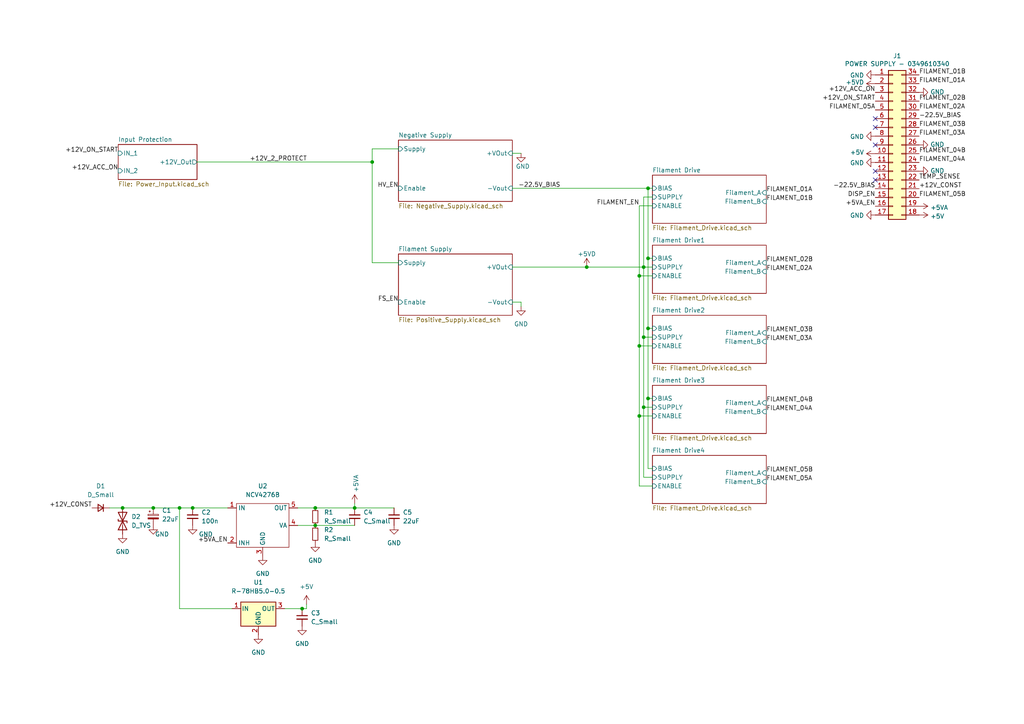
<source format=kicad_sch>
(kicad_sch (version 20211123) (generator eeschema)
  (paper "A4")
  (lib_symbols
    (symbol "Connector_Generic:Conn_02x17_Counter_Clockwise" (pin_names (offset 1.016) hide)
      (property "Reference" "J" (at 1.27 22.86 0))
      (property "Value" "Conn_02x17_Counter_Clockwise" (at 1.27 -22.86 0))
      (symbol "Conn_02x17_Counter_Clockwise_1_1"
        (rectangle (start -1.27 -20.193) (end 0 -20.447) (stroke (width 0.1524)))
        (rectangle (start -1.27 -17.653) (end 0 -17.907) (stroke (width 0.1524)))
        (rectangle (start -1.27 -15.113) (end 0 -15.367) (stroke (width 0.1524)))
        (rectangle (start -1.27 -12.573) (end 0 -12.827) (stroke (width 0.1524)))
        (rectangle (start -1.27 -10.033) (end 0 -10.287) (stroke (width 0.1524)))
        (rectangle (start -1.27 -7.493) (end 0 -7.747) (stroke (width 0.1524)))
        (rectangle (start -1.27 -4.953) (end 0 -5.207) (stroke (width 0.1524)))
        (rectangle (start -1.27 -2.413) (end 0 -2.667) (stroke (width 0.1524)))
        (rectangle (start -1.27 0.127) (end 0 -0.127) (stroke (width 0.1524)))
        (rectangle (start -1.27 2.667) (end 0 2.413) (stroke (width 0.1524)))
        (rectangle (start -1.27 5.207) (end 0 4.953) (stroke (width 0.1524)))
        (rectangle (start -1.27 7.747) (end 0 7.493) (stroke (width 0.1524)))
        (rectangle (start -1.27 10.287) (end 0 10.033) (stroke (width 0.1524)))
        (rectangle (start -1.27 12.827) (end 0 12.573) (stroke (width 0.1524)))
        (rectangle (start -1.27 15.367) (end 0 15.113) (stroke (width 0.1524)))
        (rectangle (start -1.27 17.907) (end 0 17.653) (stroke (width 0.1524)))
        (rectangle (start -1.27 20.447) (end 0 20.193) (stroke (width 0.1524)))
        (rectangle (start -1.27 21.59) (end 3.81 -21.59) (stroke (width 0.254)) (fill (type background)))
        (rectangle (start 3.81 -20.193) (end 2.54 -20.447) (stroke (width 0.1524)))
        (rectangle (start 3.81 -17.653) (end 2.54 -17.907) (stroke (width 0.1524)))
        (rectangle (start 3.81 -15.113) (end 2.54 -15.367) (stroke (width 0.1524)))
        (rectangle (start 3.81 -12.573) (end 2.54 -12.827) (stroke (width 0.1524)))
        (rectangle (start 3.81 -10.033) (end 2.54 -10.287) (stroke (width 0.1524)))
        (rectangle (start 3.81 -7.493) (end 2.54 -7.747) (stroke (width 0.1524)))
        (rectangle (start 3.81 -4.953) (end 2.54 -5.207) (stroke (width 0.1524)))
        (rectangle (start 3.81 -2.413) (end 2.54 -2.667) (stroke (width 0.1524)))
        (rectangle (start 3.81 0.127) (end 2.54 -0.127) (stroke (width 0.1524)))
        (rectangle (start 3.81 2.667) (end 2.54 2.413) (stroke (width 0.1524)))
        (rectangle (start 3.81 5.207) (end 2.54 4.953) (stroke (width 0.1524)))
        (rectangle (start 3.81 7.747) (end 2.54 7.493) (stroke (width 0.1524)))
        (rectangle (start 3.81 10.287) (end 2.54 10.033) (stroke (width 0.1524)))
        (rectangle (start 3.81 12.827) (end 2.54 12.573) (stroke (width 0.1524)))
        (rectangle (start 3.81 15.367) (end 2.54 15.113) (stroke (width 0.1524)))
        (rectangle (start 3.81 17.907) (end 2.54 17.653) (stroke (width 0.1524)))
        (rectangle (start 3.81 20.447) (end 2.54 20.193) (stroke (width 0.1524)))
        (pin passive line (at -5.08 20.32 0) (length 3.81) (name "Pin_1") (number "1"))
        (pin passive line (at -5.08 -2.54 0) (length 3.81) (name "Pin_10") (number "10"))
        (pin passive line (at -5.08 -5.08 0) (length 3.81) (name "Pin_11") (number "11"))
        (pin passive line (at -5.08 -7.62 0) (length 3.81) (name "Pin_12") (number "12"))
        (pin passive line (at -5.08 -10.16 0) (length 3.81) (name "Pin_13") (number "13"))
        (pin passive line (at -5.08 -12.7 0) (length 3.81) (name "Pin_14") (number "14"))
        (pin passive line (at -5.08 -15.24 0) (length 3.81) (name "Pin_15") (number "15"))
        (pin passive line (at -5.08 -17.78 0) (length 3.81) (name "Pin_16") (number "16"))
        (pin passive line (at -5.08 -20.32 0) (length 3.81) (name "Pin_17") (number "17"))
        (pin passive line (at 7.62 -20.32 180) (length 3.81) (name "Pin_18") (number "18"))
        (pin passive line (at 7.62 -17.78 180) (length 3.81) (name "Pin_19") (number "19"))
        (pin passive line (at -5.08 17.78 0) (length 3.81) (name "Pin_2") (number "2"))
        (pin passive line (at 7.62 -15.24 180) (length 3.81) (name "Pin_20") (number "20"))
        (pin passive line (at 7.62 -12.7 180) (length 3.81) (name "Pin_21") (number "21"))
        (pin passive line (at 7.62 -10.16 180) (length 3.81) (name "Pin_22") (number "22"))
        (pin passive line (at 7.62 -7.62 180) (length 3.81) (name "Pin_23") (number "23"))
        (pin passive line (at 7.62 -5.08 180) (length 3.81) (name "Pin_24") (number "24"))
        (pin passive line (at 7.62 -2.54 180) (length 3.81) (name "Pin_25") (number "25"))
        (pin passive line (at 7.62 0 180) (length 3.81) (name "Pin_26") (number "26"))
        (pin passive line (at 7.62 2.54 180) (length 3.81) (name "Pin_27") (number "27"))
        (pin passive line (at 7.62 5.08 180) (length 3.81) (name "Pin_28") (number "28"))
        (pin passive line (at 7.62 7.62 180) (length 3.81) (name "Pin_29") (number "29"))
        (pin passive line (at -5.08 15.24 0) (length 3.81) (name "Pin_3") (number "3"))
        (pin passive line (at 7.62 10.16 180) (length 3.81) (name "Pin_30") (number "30"))
        (pin passive line (at 7.62 12.7 180) (length 3.81) (name "Pin_31") (number "31"))
        (pin passive line (at 7.62 15.24 180) (length 3.81) (name "Pin_32") (number "32"))
        (pin passive line (at 7.62 17.78 180) (length 3.81) (name "Pin_33") (number "33"))
        (pin passive line (at 7.62 20.32 180) (length 3.81) (name "Pin_34") (number "34"))
        (pin passive line (at -5.08 12.7 0) (length 3.81) (name "Pin_4") (number "4"))
        (pin passive line (at -5.08 10.16 0) (length 3.81) (name "Pin_5") (number "5"))
        (pin passive line (at -5.08 7.62 0) (length 3.81) (name "Pin_6") (number "6"))
        (pin passive line (at -5.08 5.08 0) (length 3.81) (name "Pin_7") (number "7"))
        (pin passive line (at -5.08 2.54 0) (length 3.81) (name "Pin_8") (number "8"))
        (pin passive line (at -5.08 0 0) (length 3.81) (name "Pin_9") (number "9"))
      )
    )
    (symbol "Device:C_Polarized_Small" (pin_numbers hide) (pin_names (offset 0.254) hide)
      (property "Reference" "C" (at 0.254 1.778 0))
      (property "Value" "C_Polarized_Small" (at 0.254 -2.032 0))
      (symbol "C_Polarized_Small_0_1"
        (rectangle (start -1.524 -0.3048) (end 1.524 -0.6858) (fill (type outline)))
        (rectangle (start -1.524 0.6858) (end 1.524 0.3048))
        (polyline (pts (xy -1.27 1.524) (xy -0.762 1.524)))
        (polyline (pts (xy -1.016 1.27) (xy -1.016 1.778)))
      )
      (symbol "C_Polarized_Small_1_1"
        (pin passive line (at 0 2.54 270) (length 1.8542) (name "~") (number "1"))
        (pin passive line (at 0 -2.54 90) (length 1.8542) (name "~") (number "2"))
      )
    )
    (symbol "Device:C_Small" (pin_numbers hide) (pin_names (offset 0.254) hide)
      (property "Reference" "C" (at 0.254 1.778 0))
      (property "Value" "C_Small" (at 0.254 -2.032 0))
      (symbol "C_Small_0_1"
        (polyline (pts (xy -1.524 -0.508) (xy 1.524 -0.508)) (stroke (width 0.3302)))
        (polyline (pts (xy -1.524 0.508) (xy 1.524 0.508)) (stroke (width 0.3048)))
      )
      (symbol "C_Small_1_1"
        (pin passive line (at 0 2.54 270) (length 2.032) (name "~") (number "1"))
        (pin passive line (at 0 -2.54 90) (length 2.032) (name "~") (number "2"))
      )
    )
    (symbol "Device:D_Small" (pin_numbers hide) (pin_names (offset 0.254) hide)
      (property "Reference" "D" (at -1.27 2.032 0))
      (property "Value" "D_Small" (at -3.81 -2.032 0))
      (symbol "D_Small_0_1"
        (polyline (pts (xy -0.762 -1.016) (xy -0.762 1.016)) (stroke (width 0.254)))
        (polyline (pts (xy -0.762 0) (xy 0.762 0)))
        (polyline (pts (xy 0.762 -1.016) (xy -0.762 0) (xy 0.762 1.016) (xy 0.762 -1.016)) (stroke (width 0.254)))
      )
      (symbol "D_Small_1_1"
        (pin passive line (at -2.54 0 0) (length 1.778) (name "K") (number "1"))
        (pin passive line (at 2.54 0 180) (length 1.778) (name "A") (number "2"))
      )
    )
    (symbol "Device:D_TVS" (pin_numbers hide) (pin_names (offset 1.016) hide)
      (property "Reference" "D" (at 0 2.54 0))
      (property "Value" "D_TVS" (at 0 -2.54 0))
      (symbol "D_TVS_0_1"
        (polyline (pts (xy 1.27 0) (xy -1.27 0)))
        (polyline (pts (xy 0.508 1.27) (xy 0 1.27) (xy 0 -1.27) (xy -0.508 -1.27)) (stroke (width 0.254)))
        (polyline (pts (xy -2.54 1.27) (xy -2.54 -1.27) (xy 2.54 1.27) (xy 2.54 -1.27) (xy -2.54 1.27)) (stroke (width 0.254)))
      )
      (symbol "D_TVS_1_1"
        (pin passive line (at -3.81 0 0) (length 2.54) (name "A1") (number "1"))
        (pin passive line (at 3.81 0 180) (length 2.54) (name "A2") (number "2"))
      )
    )
    (symbol "Device:R_Small" (pin_numbers hide) (pin_names (offset 0.254) hide)
      (property "Reference" "R" (at 0.762 0.508 0))
      (property "Value" "R_Small" (at 0.762 -1.016 0))
      (symbol "R_Small_0_1"
        (rectangle (start -0.762 1.778) (end 0.762 -1.778) (stroke (width 0.2032)))
      )
      (symbol "R_Small_1_1"
        (pin passive line (at 0 2.54 270) (length 0.762) (name "~") (number "1"))
        (pin passive line (at 0 -2.54 90) (length 0.762) (name "~") (number "2"))
      )
    )
    (symbol "Personal:NCV4276B"
      (property "Reference" "U" (at 0 7.62 0))
      (property "Value" "NCV4276B" (at 0 5.08 0))
      (symbol "NCV4276B_0_1"
        (rectangle (start -7.62 3.81) (end 7.62 -8.89) (stroke (width 0.1524)))
      )
      (symbol "NCV4276B_1_1"
        (pin power_in line (at -10.16 2.54 0) (length 2.54) (name "IN") (number "1"))
        (pin input line (at -10.16 -7.62 0) (length 2.54) (name "INH") (number "2"))
        (pin input line (at 0 -11.43 90) (length 2.54) (name "GND") (number "3"))
        (pin input line (at 10.16 -2.54 180) (length 2.54) (name "VA") (number "4"))
        (pin power_out line (at 10.16 2.54 180) (length 2.54) (name "OUT") (number "5"))
      )
    )
    (symbol "Regulator_Switching:R-78HB5.0-0.5" (pin_names (offset 0.254))
      (property "Reference" "U" (at -3.81 3.175 0))
      (property "Value" "R-78HB5.0-0.5" (at 0 3.175 0))
      (symbol "R-78HB5.0-0.5_0_1"
        (rectangle (start -5.08 1.905) (end 5.08 -5.08) (stroke (width 0.254)) (fill (type background)))
      )
      (symbol "R-78HB5.0-0.5_1_1"
        (pin power_in line (at -7.62 0 0) (length 2.54) (name "IN") (number "1"))
        (pin power_in line (at 0 -7.62 90) (length 2.54) (name "GND") (number "2"))
        (pin power_out line (at 7.62 0 180) (length 2.54) (name "OUT") (number "3"))
      )
    )
    (symbol "power:+5V" (power) (pin_names (offset 0))
      (property "Value" "+5V" (at 0 3.556 0))
      (symbol "+5V_0_1"
        (polyline (pts (xy -0.762 1.27) (xy 0 2.54)))
        (polyline (pts (xy 0 0) (xy 0 2.54)))
        (polyline (pts (xy 0 2.54) (xy 0.762 1.27)))
      )
      (symbol "+5V_1_1"
        (pin power_in line (at 0 0 90) (length 0) hide (name "+5V") (number "1"))
      )
    )
    (symbol "power:+5VA" (power) (pin_names (offset 0))
      (property "Value" "+5VA" (at 0 3.556 0))
      (symbol "+5VA_0_1"
        (polyline (pts (xy -0.762 1.27) (xy 0 2.54)))
        (polyline (pts (xy 0 0) (xy 0 2.54)))
        (polyline (pts (xy 0 2.54) (xy 0.762 1.27)))
      )
      (symbol "+5VA_1_1"
        (pin power_in line (at 0 0 90) (length 0) hide (name "+5VA") (number "1"))
      )
    )
    (symbol "power:+5VD" (power) (pin_names (offset 0))
      (property "Value" "+5VD" (at 0 3.556 0))
      (symbol "+5VD_0_1"
        (polyline (pts (xy -0.762 1.27) (xy 0 2.54)))
        (polyline (pts (xy 0 0) (xy 0 2.54)))
        (polyline (pts (xy 0 2.54) (xy 0.762 1.27)))
      )
      (symbol "+5VD_1_1"
        (pin power_in line (at 0 0 90) (length 0) hide (name "+5VD") (number "1"))
      )
    )
    (symbol "power:GND" (power) (pin_names (offset 0))
      (property "Value" "GND" (at 0 -3.81 0))
      (symbol "GND_0_1"
        (polyline (pts (xy 0 0) (xy 0 -1.27) (xy 1.27 -1.27) (xy 0 -2.54) (xy -1.27 -1.27) (xy 0 -1.27)))
      )
      (symbol "GND_1_1"
        (pin power_in line (at 0 0 270) (length 0) hide (name "GND") (number "1"))
      )
    )
  )
  (junction (at 91.44 152.4))
  (junction (at 102.87 147.32))
  (junction (at 52.07 147.32))
  (junction (at 185.42 100.33))
  (junction (at 186.69 77.47))
  (junction (at 185.42 120.65))
  (junction (at 107.95 46.99))
  (junction (at 44.45 147.32))
  (junction (at 55.88 147.32))
  (junction (at 185.42 80.01))
  (junction (at 186.69 118.11))
  (junction (at 187.96 74.93))
  (junction (at 186.69 97.79))
  (junction (at 187.96 95.25))
  (junction (at 187.96 54.61))
  (junction (at 87.63 176.53))
  (junction (at 187.96 115.57))
  (junction (at 35.56 147.32))
  (junction (at 170.18 77.47))
  (junction (at 91.44 147.32))
  (no_connect (at 253.873 36.957))
  (no_connect (at 253.873 34.417))
  (no_connect (at 253.873 42.037))
  (no_connect (at 253.873 49.657))
  (no_connect (at 253.873 52.197))
  (wire (pts (xy 185.42 59.69) (xy 185.42 80.01)))
  (wire (pts (xy 57.15 46.99) (xy 107.95 46.99)))
  (wire (pts (xy 55.88 147.32) (xy 66.04 147.32)))
  (wire (pts (xy 148.59 54.61) (xy 187.96 54.61)))
  (wire (pts (xy 82.55 176.53) (xy 87.63 176.53)))
  (wire (pts (xy 185.42 120.65) (xy 189.23 120.65)))
  (wire (pts (xy 186.69 77.47) (xy 189.23 77.47)))
  (wire (pts (xy 87.63 176.53) (xy 88.9 176.53)))
  (wire (pts (xy 187.96 115.57) (xy 187.96 135.89)))
  (wire (pts (xy 189.23 54.61) (xy 187.96 54.61)))
  (wire (pts (xy 52.07 147.32) (xy 52.07 176.53)))
  (wire (pts (xy 185.42 100.33) (xy 185.42 120.65)))
  (wire (pts (xy 185.42 80.01) (xy 189.23 80.01)))
  (wire (pts (xy 148.59 44.45) (xy 151.13 44.45)))
  (wire (pts (xy 52.07 176.53) (xy 67.31 176.53)))
  (wire (pts (xy 185.42 120.65) (xy 185.42 140.97)))
  (wire (pts (xy 189.23 59.69) (xy 185.42 59.69)))
  (wire (pts (xy 189.23 57.15) (xy 186.69 57.15)))
  (wire (pts (xy 186.69 57.15) (xy 186.69 77.47)))
  (wire (pts (xy 185.42 100.33) (xy 189.23 100.33)))
  (wire (pts (xy 185.42 140.97) (xy 189.23 140.97)))
  (wire (pts (xy 186.69 97.79) (xy 189.23 97.79)))
  (wire (pts (xy 148.59 87.63) (xy 151.13 87.63)))
  (wire (pts (xy 107.95 46.99) (xy 107.95 43.18)))
  (wire (pts (xy 52.07 147.32) (xy 55.88 147.32)))
  (wire (pts (xy 187.96 115.57) (xy 189.23 115.57)))
  (wire (pts (xy 187.96 74.93) (xy 189.23 74.93)))
  (wire (pts (xy 107.95 43.18) (xy 115.57 43.18)))
  (wire (pts (xy 115.57 76.2) (xy 107.95 76.2)))
  (wire (pts (xy 186.69 77.47) (xy 186.69 97.79)))
  (wire (pts (xy 170.18 77.47) (xy 186.69 77.47)))
  (wire (pts (xy 44.45 147.32) (xy 52.07 147.32)))
  (wire (pts (xy 186.69 118.11) (xy 186.69 138.43)))
  (wire (pts (xy 86.36 147.32) (xy 91.44 147.32)))
  (wire (pts (xy 31.75 147.32) (xy 35.56 147.32)))
  (wire (pts (xy 187.96 74.93) (xy 187.96 95.25)))
  (wire (pts (xy 187.96 54.61) (xy 187.96 74.93)))
  (wire (pts (xy 151.13 87.63) (xy 151.13 88.9)))
  (wire (pts (xy 35.56 147.32) (xy 44.45 147.32)))
  (wire (pts (xy 148.59 77.47) (xy 170.18 77.47)))
  (wire (pts (xy 102.87 147.32) (xy 102.87 146.05)))
  (wire (pts (xy 107.95 76.2) (xy 107.95 46.99)))
  (wire (pts (xy 102.87 147.32) (xy 114.3 147.32)))
  (wire (pts (xy 91.44 147.32) (xy 102.87 147.32)))
  (wire (pts (xy 185.42 80.01) (xy 185.42 100.33)))
  (wire (pts (xy 88.9 176.53) (xy 88.9 175.26)))
  (wire (pts (xy 186.69 97.79) (xy 186.69 118.11)))
  (wire (pts (xy 86.36 152.4) (xy 91.44 152.4)))
  (wire (pts (xy 187.96 95.25) (xy 187.96 115.57)))
  (wire (pts (xy 186.69 138.43) (xy 189.23 138.43)))
  (wire (pts (xy 187.96 95.25) (xy 189.23 95.25)))
  (wire (pts (xy 186.69 118.11) (xy 189.23 118.11)))
  (wire (pts (xy 187.96 135.89) (xy 189.23 135.89)))
  (wire (pts (xy 91.44 152.4) (xy 102.87 152.4)))
  (label "TEMP_SENSE" (at 266.573 52.197 0))
  (label "+12V_CONST" (at 266.573 54.737 0))
  (label "FILAMENT_EN" (at 185.42 59.69 180))
  (label "FILAMENT_01B" (at 222.25 58.42 0))
  (label "-22.5V_BIAS" (at 253.873 54.737 180))
  (label "FILAMENT_04B" (at 222.25 116.84 0))
  (label "-22.5V_BIAS" (at 266.573 34.417 0))
  (label "+5VA_EN" (at 66.04 157.48 180))
  (label "FILAMENT_03B" (at 266.573 36.957 0))
  (label "-22.5V_BIAS" (at 162.56 54.61 180))
  (label "FS_EN" (at 115.57 87.63 180))
  (label "FILAMENT_01B" (at 266.573 21.717 0))
  (label "FILAMENT_05B" (at 266.573 57.277 0))
  (label "FILAMENT_04A" (at 222.25 119.38 0))
  (label "FILAMENT_03A" (at 222.25 99.06 0))
  (label "FILAMENT_02A" (at 222.25 78.74 0))
  (label "FILAMENT_04B" (at 266.573 44.577 0))
  (label "FILAMENT_01A" (at 266.573 24.257 0))
  (label "+12V_ON_START" (at 253.873 29.337 180))
  (label "+12V_CONST" (at 26.67 147.32 180))
  (label "FILAMENT_02B" (at 266.573 29.337 0))
  (label "+12V_ACC_ON" (at 34.29 49.53 180))
  (label "FILAMENT_04A" (at 266.573 47.117 0))
  (label "+12V_ON_START" (at 34.29 44.45 180))
  (label "HV_EN" (at 115.57 54.61 180))
  (label "FILAMENT_05A" (at 253.873 31.877 180))
  (label "FILAMENT_01A" (at 222.25 55.88 0))
  (label "FILAMENT_03A" (at 266.573 39.497 0))
  (label "+12V_2_PROTECT" (at 72.39 46.99 0))
  (label "+12V_ACC_ON" (at 253.873 26.797 180))
  (label "FILAMENT_05A" (at 222.25 139.7 0))
  (label "FILAMENT_02A" (at 266.573 31.877 0))
  (label "FILAMENT_02B" (at 222.25 76.2 0))
  (label "+5VA_EN" (at 253.873 59.817 180))
  (label "DISP_EN" (at 253.873 57.277 180))
  (label "FILAMENT_05B" (at 222.25 137.16 0))
  (label "FILAMENT_03B" (at 222.25 96.52 0))
  (symbol (lib_id "Connector_Generic:Conn_02x17_Counter_Clockwise") (at 258.953 42.037 0) (unit 1)
    (property "Reference" "J1" (at 260.223 16.2052 0))
    (property "Value" "POWER SUPPLY - 0349610340" (at 260.223 18.5166 0))
    (property "Footprint" "Personal:34961" (effects hide))
  )
  (symbol (lib_id "power:GND") (at 253.873 21.717 270) (unit 1)
    (property "Reference" "#PWR014" (effects hide))
    (property "Value" "GND" (at 250.6218 21.844 90) (effects (justify right)))
  )
  (symbol (lib_id "power:+5VD") (at 253.873 24.257 90) (unit 1)
    (property "Reference" "#PWR015" (effects hide))
    (property "Value" "+5VD" (at 250.6218 23.876 90) (effects (justify left)))
  )
  (symbol (lib_id "power:GND") (at 253.873 39.497 270) (unit 1)
    (property "Reference" "#PWR016" (effects hide))
    (property "Value" "GND" (at 250.6218 39.624 90) (effects (justify right)))
  )
  (symbol (lib_id "power:GND") (at 253.873 47.117 270) (unit 1)
    (property "Reference" "#PWR018" (effects hide))
    (property "Value" "GND" (at 250.6218 47.244 90) (effects (justify right)))
  )
  (symbol (lib_id "power:+5V") (at 253.873 44.577 90) (unit 1)
    (property "Reference" "#PWR017" (effects hide))
    (property "Value" "+5V" (at 250.6218 44.196 90) (effects (justify left)))
  )
  (symbol (lib_id "power:+5V") (at 266.573 62.357 270) (unit 1)
    (property "Reference" "#PWR024" (effects hide))
    (property "Value" "+5V" (at 269.8242 62.738 90) (effects (justify left)))
  )
  (symbol (lib_id "power:GND") (at 253.873 62.357 270) (unit 1)
    (property "Reference" "#PWR019" (effects hide))
    (property "Value" "GND" (at 250.6218 62.484 90) (effects (justify right)))
  )
  (symbol (lib_id "power:GND") (at 266.573 49.657 90) (unit 1)
    (property "Reference" "#PWR022" (effects hide))
    (property "Value" "GND" (at 269.8242 49.53 90) (effects (justify right)))
  )
  (symbol (lib_id "power:GND") (at 266.573 42.037 90) (unit 1)
    (property "Reference" "#PWR021" (effects hide))
    (property "Value" "GND" (at 269.8242 41.91 90) (effects (justify right)))
  )
  (symbol (lib_id "power:GND") (at 266.573 26.797 90) (unit 1)
    (property "Reference" "#PWR020" (effects hide))
    (property "Value" "GND" (at 269.8242 26.67 90) (effects (justify right)))
  )
  (symbol (lib_id "power:+5VA") (at 266.573 59.817 270) (unit 1)
    (property "Reference" "#PWR023" (effects hide))
    (property "Value" "+5VA" (at 269.8242 60.198 90) (effects (justify left)))
  )
  (symbol (lib_id "power:GND") (at 151.13 44.45 0) (unit 1)
    (property "Reference" "#PWR011" (effects hide))
    (property "Value" "GND" (at 153.67 48.26 0) (effects (justify right)))
  )
  (symbol (lib_id "Device:R_Small") (at 91.44 149.86 0) (unit 1)
    (property "Reference" "R1" (at 93.98 148.5899 0) (effects (justify left)))
    (property "Value" "R_Small" (at 93.98 151.1299 0) (effects (justify left)))
  )
  (symbol (lib_id "power:GND") (at 55.88 152.4 0) (unit 1)
    (property "Reference" "#PWR03" (effects hide))
    (property "Value" "GND" (at 59.69 154.94 0))
  )
  (symbol (lib_id "power:GND") (at 91.44 157.48 0) (unit 1)
    (property "Reference" "#PWR08" (effects hide))
    (property "Value" "GND" (at 91.44 162.56 0))
  )
  (symbol (lib_id "power:GND") (at 114.3 152.4 0) (unit 1)
    (property "Reference" "#PWR010" (effects hide))
    (property "Value" "GND" (at 114.3 157.48 0))
  )
  (symbol (lib_id "power:GND") (at 44.45 152.4 0) (unit 1)
    (property "Reference" "#PWR02" (effects hide))
    (property "Value" "GND" (at 46.99 154.94 0))
  )
  (symbol (lib_id "power:+5VA") (at 102.87 146.05 0) (unit 1)
    (property "Reference" "#PWR09" (effects hide))
    (property "Value" "+5VA" (at 103.251 142.7988 90) (effects (justify left)))
  )
  (symbol (lib_id "Device:D_TVS") (at 35.56 151.13 90) (unit 1)
    (property "Reference" "D2" (at 38.1 149.8599 90) (effects (justify right)))
    (property "Value" "D_TVS" (at 38.1 152.3999 90) (effects (justify right)))
  )
  (symbol (lib_id "power:+5VD") (at 170.18 77.47 0) (unit 1)
    (property "Reference" "#PWR013" (effects hide))
    (property "Value" "+5VD" (at 170.18 73.66 0))
  )
  (symbol (lib_id "power:GND") (at 87.63 181.61 0) (unit 1)
    (property "Reference" "#PWR06" (effects hide))
    (property "Value" "GND" (at 87.63 186.69 0))
  )
  (symbol (lib_id "power:GND") (at 76.2 161.29 0) (unit 1)
    (property "Reference" "#PWR05" (effects hide))
    (property "Value" "GND" (at 76.2 166.37 0))
  )
  (symbol (lib_id "power:GND") (at 35.56 154.94 0) (unit 1)
    (property "Reference" "#PWR01" (effects hide))
    (property "Value" "GND" (at 35.56 160.02 0))
  )
  (symbol (lib_id "Regulator_Switching:R-78HB5.0-0.5") (at 74.93 176.53 0) (unit 1)
    (property "Reference" "U1" (at 74.93 168.91 0))
    (property "Value" "R-78HB5.0-0.5" (at 74.93 171.45 0))
    (property "Footprint" "Converter_DCDC:Converter_DCDC_RECOM_R-78HB-0.5_THT" (effects hide))
    (property "Datasheet" "https://www.recom-power.com/pdf/Innoline/R-78HBxx-0.5_L.pdf" (effects hide))
  )
  (symbol (lib_id "power:+5V") (at 88.9 175.26 0) (unit 1)
    (property "Reference" "#PWR07" (effects hide))
    (property "Value" "+5V" (at 88.9 170.18 0))
  )
  (symbol (lib_id "Personal:NCV4276B") (at 76.2 149.86 0) (unit 1)
    (property "Reference" "U2" (at 76.2 140.97 0))
    (property "Value" "NCV4276B" (at 76.2 143.51 0))
    (property "Footprint" "Package_TO_SOT_SMD:TO-263-5_TabPin3" (effects hide))
  )
  (symbol (lib_id "Device:C_Small") (at 114.3 149.86 0) (unit 1)
    (property "Reference" "C5" (at 116.84 148.5962 0) (effects (justify left)))
    (property "Value" "22uF" (at 116.84 151.1362 0) (effects (justify left)))
  )
  (symbol (lib_id "Device:C_Small") (at 87.63 179.07 0) (unit 1)
    (property "Reference" "C3" (at 90.17 177.8062 0) (effects (justify left)))
    (property "Value" "C_Small" (at 90.17 180.3462 0) (effects (justify left)))
  )
  (symbol (lib_id "Device:D_Small") (at 29.21 147.32 180) (unit 1)
    (property "Reference" "D1" (at 29.21 140.97 0))
    (property "Value" "D_Small" (at 29.21 143.51 0))
  )
  (symbol (lib_id "power:GND") (at 74.93 184.15 0) (unit 1)
    (property "Reference" "#PWR04" (effects hide))
    (property "Value" "GND" (at 74.93 189.23 0))
  )
  (symbol (lib_id "Device:R_Small") (at 91.44 154.94 0) (unit 1)
    (property "Reference" "R2" (at 93.98 153.6699 0) (effects (justify left)))
    (property "Value" "R_Small" (at 93.98 156.2099 0) (effects (justify left)))
  )
  (symbol (lib_id "power:GND") (at 151.13 88.9 0) (unit 1)
    (property "Reference" "#PWR012" (effects hide))
    (property "Value" "GND" (at 151.13 93.98 0))
  )
  (symbol (lib_id "Device:C_Small") (at 55.88 149.86 0) (unit 1)
    (property "Reference" "C2" (at 58.42 148.5962 0) (effects (justify left)))
    (property "Value" "100n" (at 58.42 151.1362 0) (effects (justify left)))
    (property "Footprint" "Capacitor_SMD:C_0805_2012Metric_Pad1.18x1.45mm_HandSolder" (effects hide))
  )
  (symbol (lib_id "Device:C_Polarized_Small") (at 44.45 149.86 0) (unit 1)
    (property "Reference" "C1" (at 46.99 148.0438 0) (effects (justify left)))
    (property "Value" "22uF" (at 46.99 150.5838 0) (effects (justify left)))
  )
  (symbol (lib_id "Device:C_Small") (at 102.87 149.86 0) (unit 1)
    (property "Reference" "C4" (at 105.41 148.5962 0) (effects (justify left)))
    (property "Value" "C_Small" (at 105.41 151.1362 0) (effects (justify left)))
  )
  (sheet (at 115.57 40.64) (size 33.02 17.78)
    (property "Sheet name" "Negative Supply" (at 115.57 39.9284 0) (effects (justify left bottom)))
    (property "Sheet file" "Negative_Supply.kicad_sch" (at 115.57 59.0046 0) (effects (justify left top)))
    (pin "-Vout" input (at 148.59 54.61 0))
    (pin "+VOut" input (at 148.59 44.45 0))
    (pin "Enable" input (at 115.57 54.61 180))
    (pin "Supply" input (at 115.57 43.18 180))
  )
  (sheet (at 189.23 50.8) (size 33.02 13.97)
    (property "Sheet name" "Filament Drive" (at 189.23 50.0884 0) (effects (justify left bottom)))
    (property "Sheet file" "Filament_Drive.kicad_sch" (at 189.23 65.3546 0) (effects (justify left top)))
    (pin "Filament_B" input (at 222.25 58.42 0))
    (pin "Filament_A" input (at 222.25 55.88 0))
    (pin "BIAS" input (at 189.23 54.61 180))
    (pin "SUPPLY" input (at 189.23 57.15 180))
    (pin "ENABLE" input (at 189.23 59.69 180))
  )
  (sheet (at 115.57 73.66) (size 33.02 17.78)
    (property "Sheet name" "Filament Supply" (at 115.57 72.9484 0) (effects (justify left bottom)))
    (property "Sheet file" "Positive_Supply.kicad_sch" (at 115.57 92.0246 0) (effects (justify left top)))
    (pin "-Vout" input (at 148.59 87.63 0))
    (pin "+VOut" input (at 148.59 77.47 0))
    (pin "Enable" input (at 115.57 87.63 180))
    (pin "Supply" input (at 115.57 76.2 180))
  )
  (sheet (at 189.23 91.44) (size 33.02 13.97)
    (property "Sheet name" "Filament Drive2" (at 189.23 90.7284 0) (effects (justify left bottom)))
    (property "Sheet file" "Filament_Drive.kicad_sch" (at 189.23 105.9946 0) (effects (justify left top)))
    (pin "Filament_B" input (at 222.25 99.06 0))
    (pin "Filament_A" input (at 222.25 96.52 0))
    (pin "BIAS" input (at 189.23 95.25 180))
    (pin "SUPPLY" input (at 189.23 97.79 180))
    (pin "ENABLE" input (at 189.23 100.33 180))
  )
  (sheet (at 189.23 71.12) (size 33.02 13.97)
    (property "Sheet name" "Filament Drive1" (at 189.23 70.4084 0) (effects (justify left bottom)))
    (property "Sheet file" "Filament_Drive.kicad_sch" (at 189.23 85.6746 0) (effects (justify left top)))
    (pin "Filament_B" input (at 222.25 78.74 0))
    (pin "Filament_A" input (at 222.25 76.2 0))
    (pin "BIAS" input (at 189.23 74.93 180))
    (pin "SUPPLY" input (at 189.23 77.47 180))
    (pin "ENABLE" input (at 189.23 80.01 180))
  )
  (sheet (at 189.23 132.08) (size 33.02 13.97)
    (property "Sheet name" "Filament Drive4" (at 189.23 131.3684 0) (effects (justify left bottom)))
    (property "Sheet file" "Filament_Drive.kicad_sch" (at 189.23 146.6346 0) (effects (justify left top)))
    (pin "Filament_B" input (at 222.25 139.7 0))
    (pin "Filament_A" input (at 222.25 137.16 0))
    (pin "BIAS" input (at 189.23 135.89 180))
    (pin "SUPPLY" input (at 189.23 138.43 180))
    (pin "ENABLE" input (at 189.23 140.97 180))
  )
  (sheet (at 34.29 41.91) (size 22.86 10.16) (stroke (width 0.1524))
    (property "Sheet name" "Input Protection" (at 34.29 41.1984 0) (effects (justify left bottom)))
    (property "Sheet file" "Power_Input.kicad_sch" (at 34.29 52.6546 0) (effects (justify left top)))
    (pin "IN_2" input (at 34.29 49.53 180))
    (pin "IN_1" input (at 34.29 44.45 180))
    (pin "+12V_Out" output (at 57.15 46.99 0))
  )
  (sheet (at 189.23 111.76) (size 33.02 13.97)
    (property "Sheet name" "Filament Drive3" (at 189.23 111.0484 0) (effects (justify left bottom)))
    (property "Sheet file" "Filament_Drive.kicad_sch" (at 189.23 126.3146 0) (effects (justify left top)))
    (pin "Filament_B" input (at 222.25 119.38 0))
    (pin "Filament_A" input (at 222.25 116.84 0))
    (pin "BIAS" input (at 189.23 115.57 180))
    (pin "SUPPLY" input (at 189.23 118.11 180))
    (pin "ENABLE" input (at 189.23 120.65 180))
  )
)
</source>
